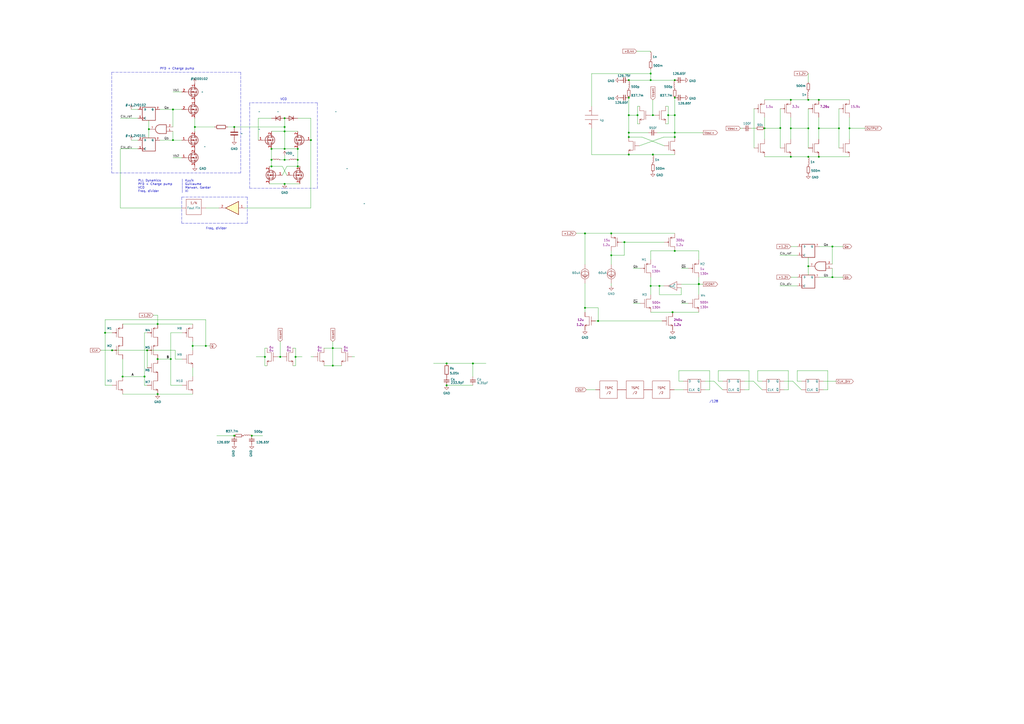
<source format=kicad_sch>
(kicad_sch (version 20211123) (generator eeschema)
  (paper "A2")
  (junction (at 468.884 154.432))
  (junction (at 378.714 89.662))
  (junction (at 157.48 96.52))
  (junction (at 364.744 76.962))
  (junction (at 180.34 81.28))
  (junction (at 162.56 207.01))
  (junction (at 405.384 164.846))
  (junction (at 339.344 135.382))
  (junction (at 354.584 148.082))
  (junction (at 153.67 207.01))
  (junction (at 60.96 193.04))
  (junction (at 458.724 57.912))
  (junction (at 369.824 66.802))
  (junction (at 172.72 92.71))
  (junction (at 364.744 46.482))
  (junction (at 111.76 200.66))
  (junction (at 391.414 76.962))
  (junction (at 378.714 66.802))
  (junction (at 382.524 165.862))
  (junction (at 364.744 79.502))
  (junction (at 391.414 145.542))
  (junction (at 165.1 76.2))
  (junction (at 172.72 96.52))
  (junction (at 452.628 74.2629))
  (junction (at 119.38 200.66))
  (junction (at 443.484 74.422))
  (junction (at 86.36 74.93))
  (junction (at 165.1 106.68))
  (junction (at 274.32 210.82))
  (junction (at 259.08 210.82))
  (junction (at 458.724 74.422))
  (junction (at 468.884 90.932))
  (junction (at 91.44 187.96))
  (junction (at 364.744 56.642))
  (junction (at 474.98 90.932))
  (junction (at 474.98 57.912))
  (junction (at 91.44 228.6))
  (junction (at 259.08 223.52))
  (junction (at 91.44 208.28))
  (junction (at 364.744 89.662))
  (junction (at 71.12 218.44))
  (junction (at 390.144 181.102))
  (junction (at 377.444 165.862))
  (junction (at 165.1 73.66))
  (junction (at 354.584 135.382))
  (junction (at 83.82 218.44))
  (junction (at 387.604 66.802))
  (junction (at 165.1 92.71))
  (junction (at 486.664 74.422))
  (junction (at 482.854 160.782))
  (junction (at 405.384 164.7057))
  (junction (at 377.444 46.482))
  (junction (at 492.76 74.422))
  (junction (at 165.1 68.58))
  (junction (at 346.964 186.182))
  (junction (at 165.1 86.36))
  (junction (at 157.48 86.36))
  (junction (at 377.444 42.672))
  (junction (at 193.0399 212.0936))
  (junction (at 135.89 252.73))
  (junction (at 135.89 73.66))
  (junction (at 458.724 90.932))
  (junction (at 172.72 86.36))
  (junction (at 391.414 66.802))
  (junction (at 85.344 203.2))
  (junction (at 364.744 66.802))
  (junction (at 468.884 74.422))
  (junction (at 474.98 74.422))
  (junction (at 391.414 79.502))
  (junction (at 99.06 208.28))
  (junction (at 65.024 203.2))
  (junction (at 146.05 252.73))
  (junction (at 482.854 143.002))
  (junction (at 171.45 207.01))
  (junction (at 157.48 92.71))
  (junction (at 391.414 56.642))
  (junction (at 468.884 57.912))
  (junction (at 339.344 178.562))
  (junction (at 113.03 73.66))
  (junction (at 362.204 140.462))
  (junction (at 391.414 46.482))
  (junction (at 100.33 81.28))
  (junction (at 100.33 63.5))
  (junction (at 193.0399 201.9336))
  (polyline (pts (xy 64.77 41.91) (xy 139.7 41.91)))
  (wire (pts (xy 367.284 176.022) (xy 371.348 176.022)))
  (wire (pts (xy 395.224 155.702) (xy 399.288 155.702)))
  (wire (pts (xy 458.724 68.072) (xy 458.724 74.422)))
  (wire (pts (xy 119.38 200.66) (xy 121.92 200.66)))
  (wire (pts (xy 462.4212 214.9814) (xy 462.4212 221.0774)))
  (wire (pts (xy 369.824 61.722) (xy 369.824 66.802)))
  (wire (pts (xy 111.76 198.12) (xy 111.76 200.66)))
  (wire (pts (xy 142.24 120.65) (xy 180.34 120.65)))
  (wire (pts (xy 474.98 68.072) (xy 474.98 74.422)))
  (polyline (pts (xy 64.77 41.91) (xy 64.77 100.33)))
  (wire (pts (xy 364.744 66.802) (xy 364.744 76.962)))
  (wire (pts (xy 354.584 148.082) (xy 354.584 153.416)))
  (wire (pts (xy 434.4812 226.1574) (xy 434.4812 214.9814)))
  (wire (pts (xy 390.144 181.102) (xy 377.444 181.102)))
  (wire (pts (xy 452.628 85.852) (xy 452.628 74.2629)))
  (wire (pts (xy 443.484 90.932) (xy 458.724 90.932)))
  (wire (pts (xy 76.2 63.5) (xy 80.01 63.5)))
  (wire (pts (xy 343.154 42.672) (xy 377.444 42.672)))
  (wire (pts (xy 416.7012 221.0774) (xy 419.2412 221.0774)))
  (wire (pts (xy 259.08 210.82) (xy 274.32 210.82)))
  (wire (pts (xy 377.444 145.542) (xy 377.444 150.622)))
  (wire (pts (xy 443.484 74.422) (xy 443.484 80.772)))
  (wire (pts (xy 146.05 252.73) (xy 152.4 252.73)))
  (wire (pts (xy 65.024 203.2) (xy 85.344 203.2)))
  (wire (pts (xy 91.44 228.6) (xy 111.76 228.6)))
  (wire (pts (xy 157.48 76.2) (xy 165.1 76.2)))
  (wire (pts (xy 354.584 135.382) (xy 391.414 135.382)))
  (wire (pts (xy 431.9412 226.1574) (xy 434.4812 226.1574)))
  (wire (pts (xy 474.98 74.422) (xy 474.98 80.772)))
  (wire (pts (xy 492.76 68.072) (xy 492.76 74.422)))
  (wire (pts (xy 364.744 46.482) (xy 377.444 46.482)))
  (wire (pts (xy 99.06 193.04) (xy 105.664 193.04)))
  (wire (pts (xy 165.1 73.66) (xy 165.1 76.2)))
  (wire (pts (xy 474.98 74.422) (xy 486.664 74.422)))
  (wire (pts (xy 443.484 68.072) (xy 443.484 74.422)))
  (wire (pts (xy 180.34 81.28) (xy 180.34 120.65)))
  (polyline (pts (xy 184.15 59.69) (xy 144.78 59.69)))
  (wire (pts (xy 362.204 140.462) (xy 385.318 140.462)))
  (wire (pts (xy 162.56 207.01) (xy 163.83 207.01)))
  (wire (pts (xy 161.036 207.01) (xy 162.56 207.01)))
  (wire (pts (xy 101.6 203.2) (xy 101.6 208.28)))
  (wire (pts (xy 492.76 74.422) (xy 492.76 80.772)))
  (wire (pts (xy 387.604 66.802) (xy 391.414 66.802)))
  (polyline (pts (xy 143.51 129.54) (xy 105.41 129.54)))
  (wire (pts (xy 113.03 73.66) (xy 113.03 76.2)))
  (wire (pts (xy 405.384 145.542) (xy 405.384 150.622)))
  (wire (pts (xy 391.414 145.542) (xy 377.444 145.542)))
  (wire (pts (xy 391.414 56.642) (xy 391.414 66.802)))
  (wire (pts (xy 165.1 86.36) (xy 172.72 86.36)))
  (wire (pts (xy 119.38 185.42) (xy 60.96 185.42)))
  (wire (pts (xy 482.854 143.002) (xy 489.204 143.002)))
  (wire (pts (xy 364.744 76.962) (xy 364.744 79.502)))
  (wire (pts (xy 371.094 61.722) (xy 369.824 61.722)))
  (wire (pts (xy 391.16 226.06) (xy 396.3812 226.1574)))
  (wire (pts (xy 259.08 223.52) (xy 274.32 223.52)))
  (wire (pts (xy 452.374 165.862) (xy 462.534 165.862)))
  (wire (pts (xy 468.884 74.422) (xy 468.884 62.992)))
  (wire (pts (xy 166.37 96.52) (xy 172.72 96.52)))
  (wire (pts (xy 439.5612 214.9814) (xy 439.5612 221.0774)))
  (wire (pts (xy 468.884 90.932) (xy 474.98 90.932)))
  (wire (pts (xy 100.33 91.44) (xy 105.41 91.44)))
  (wire (pts (xy 482.854 160.782) (xy 489.204 160.782)))
  (wire (pts (xy 477.6612 221.0774) (xy 485.14 221.234)))
  (wire (pts (xy 468.884 159.512) (xy 468.884 154.432)))
  (wire (pts (xy 343.154 42.672) (xy 343.154 61.722)))
  (wire (pts (xy 105.41 53.34) (xy 100.33 53.34)))
  (wire (pts (xy 153.67 201.93) (xy 153.67 207.01)))
  (wire (pts (xy 458.724 74.422) (xy 458.724 80.772)))
  (wire (pts (xy 71.12 187.96) (xy 91.44 187.96)))
  (wire (pts (xy 83.82 223.52) (xy 83.82 218.44)))
  (wire (pts (xy 391.414 145.542) (xy 405.384 145.542)))
  (wire (pts (xy 378.714 57.912) (xy 378.714 66.802)))
  (wire (pts (xy 480.2012 214.9814) (xy 462.4212 214.9814)))
  (wire (pts (xy 474.98 57.912) (xy 492.76 57.912)))
  (wire (pts (xy 149.86 68.58) (xy 157.48 68.58)))
  (wire (pts (xy 166.37 101.6) (xy 163.83 96.52)))
  (wire (pts (xy 482.854 153.162) (xy 482.854 143.002)))
  (wire (pts (xy 378.714 66.802) (xy 379.984 66.802)))
  (wire (pts (xy 92.71 63.5) (xy 100.33 63.5)))
  (wire (pts (xy 100.33 76.2) (xy 100.33 81.28)))
  (wire (pts (xy 69.85 120.65) (xy 69.85 86.36)))
  (polyline (pts (xy 184.15 59.69) (xy 184.15 109.22)))
  (wire (pts (xy 157.48 86.36) (xy 165.1 86.36)))
  (wire (pts (xy 354.584 148.082) (xy 362.204 148.082)))
  (polyline (pts (xy 144.78 59.69) (xy 144.78 109.22)))
  (wire (pts (xy 100.33 73.66) (xy 100.33 63.5)))
  (wire (pts (xy 480.2012 226.1574) (xy 480.2012 214.9814)))
  (wire (pts (xy 340.106 226.06) (xy 345.44 226.06)))
  (wire (pts (xy 443.484 74.422) (xy 452.374 74.422)))
  (wire (pts (xy 91.44 208.28) (xy 99.06 208.28)))
  (wire (pts (xy 105.41 120.65) (xy 69.85 120.65)))
  (wire (pts (xy 69.85 86.36) (xy 80.01 86.36)))
  (wire (pts (xy 468.884 57.912) (xy 474.98 57.912)))
  (wire (pts (xy 367.284 155.702) (xy 371.348 155.702)))
  (wire (pts (xy 204.2159 207.0136) (xy 205.7399 207.0136)))
  (polyline (pts (xy 143.51 114.3) (xy 143.51 129.54)))
  (wire (pts (xy 149.86 68.58) (xy 149.86 81.28)))
  (wire (pts (xy 364.744 66.802) (xy 369.824 66.802)))
  (wire (pts (xy 377.444 46.482) (xy 391.414 46.482)))
  (wire (pts (xy 458.724 160.782) (xy 462.534 160.782)))
  (wire (pts (xy 391.414 66.802) (xy 391.414 76.962)))
  (wire (pts (xy 416.7012 214.9814) (xy 416.7012 221.0774)))
  (wire (pts (xy 458.724 143.002) (xy 462.534 143.002)))
  (wire (pts (xy 382.524 165.862) (xy 377.444 165.862)))
  (wire (pts (xy 187.9599 201.9336) (xy 193.0399 201.9336)))
  (wire (pts (xy 172.72 92.71) (xy 172.72 96.52)))
  (wire (pts (xy 165.1 90.17) (xy 165.1 92.71)))
  (wire (pts (xy 343.154 74.422) (xy 343.154 89.662)))
  (wire (pts (xy 85.344 223.52) (xy 83.82 223.52)))
  (wire (pts (xy 157.48 86.36) (xy 157.48 92.71)))
  (wire (pts (xy 274.32 210.82) (xy 281.94 210.82)))
  (wire (pts (xy 431.9412 221.0774) (xy 437.0212 221.0774)))
  (wire (pts (xy 171.45 207.01) (xy 171.45 212.09)))
  (wire (pts (xy 334.264 135.382) (xy 339.344 135.382)))
  (wire (pts (xy 60.96 193.04) (xy 65.024 193.04)))
  (wire (pts (xy 132.08 73.66) (xy 135.89 73.66)))
  (wire (pts (xy 180.3399 207.0136) (xy 181.8639 207.0136)))
  (wire (pts (xy 172.72 68.58) (xy 180.34 68.58)))
  (wire (pts (xy 157.48 92.71) (xy 157.48 96.52)))
  (wire (pts (xy 475.234 160.782) (xy 482.854 160.782)))
  (wire (pts (xy 172.72 86.36) (xy 172.72 92.71)))
  (wire (pts (xy 60.96 185.42) (xy 60.96 193.04)))
  (wire (pts (xy 156.21 106.68) (xy 165.1 106.68)))
  (wire (pts (xy 391.414 76.962) (xy 407.924 76.962)))
  (wire (pts (xy 395.224 176.022) (xy 399.288 176.022)))
  (wire (pts (xy 165.1 106.68) (xy 173.99 106.68)))
  (wire (pts (xy 99.06 208.28) (xy 99.06 193.04)))
  (wire (pts (xy 391.414 79.502) (xy 385.064 79.502)))
  (wire (pts (xy 409.0812 226.1574) (xy 411.6212 226.1574)))
  (wire (pts (xy 364.744 79.502) (xy 372.364 79.502)))
  (wire (pts (xy 171.45 201.93) (xy 171.45 207.01)))
  (wire (pts (xy 339.344 135.382) (xy 339.344 153.416)))
  (wire (pts (xy 457.3412 226.1574) (xy 457.3412 214.9814)))
  (wire (pts (xy 385.064 165.862) (xy 382.524 165.862)))
  (wire (pts (xy 382.524 165.862) (xy 382.524 170.942)))
  (wire (pts (xy 76.2 81.28) (xy 80.01 81.28)))
  (wire (pts (xy 100.33 81.28) (xy 105.41 81.28)))
  (wire (pts (xy 384.048 186.182) (xy 346.964 186.182)))
  (wire (pts (xy 458.724 90.932) (xy 468.884 90.932)))
  (wire (pts (xy 162.56 92.71) (xy 165.1 92.71)))
  (wire (pts (xy 153.67 212.09) (xy 154.94 212.09)))
  (wire (pts (xy 343.154 89.662) (xy 364.744 89.662)))
  (wire (pts (xy 113.03 68.58) (xy 113.03 73.66)))
  (wire (pts (xy 91.44 182.88) (xy 91.44 187.96)))
  (wire (pts (xy 377.19 66.802) (xy 378.714 66.802)))
  (wire (pts (xy 153.67 207.01) (xy 153.67 212.09)))
  (wire (pts (xy 377.444 42.672) (xy 377.444 46.482)))
  (wire (pts (xy 71.12 218.44) (xy 71.12 208.28)))
  (wire (pts (xy 135.89 252.73) (xy 125.73 252.73)))
  (wire (pts (xy 339.344 178.562) (xy 346.964 178.562)))
  (polyline (pts (xy 105.41 114.3) (xy 143.51 114.3)))
  (wire (pts (xy 251.46 210.82) (xy 259.08 210.82)))
  (wire (pts (xy 165.1 76.2) (xy 165.1 86.36)))
  (wire (pts (xy 60.96 223.52) (xy 65.024 223.52)))
  (wire (pts (xy 364.744 56.642) (xy 364.744 66.802)))
  (wire (pts (xy 339.344 164.338) (xy 339.344 178.562)))
  (wire (pts (xy 385.064 79.502) (xy 370.84 84.582)))
  (wire (pts (xy 452.628 74.2629) (xy 452.628 62.992)))
  (wire (pts (xy 434.4812 214.9814) (xy 416.7012 214.9814)))
  (wire (pts (xy 454.8012 226.1574) (xy 457.3412 226.1574)))
  (polyline (pts (xy 144.78 109.22) (xy 184.15 109.22)))
  (wire (pts (xy 193.0399 212.0936) (xy 198.1199 212.0936)))
  (wire (pts (xy 113.03 73.66) (xy 124.46 73.66)))
  (wire (pts (xy 85.344 203.2) (xy 85.344 213.36)))
  (wire (pts (xy 339.344 178.562) (xy 339.344 181.102)))
  (wire (pts (xy 468.884 154.432) (xy 468.884 149.352)))
  (wire (pts (xy 486.664 62.992) (xy 486.664 74.422)))
  (wire (pts (xy 83.82 193.04) (xy 85.344 193.04)))
  (wire (pts (xy 339.344 135.382) (xy 354.584 135.382)))
  (wire (pts (xy 169.926 212.09) (xy 171.45 212.09)))
  (wire (pts (xy 354.584 145.542) (xy 354.584 148.082)))
  (wire (pts (xy 378.714 89.662) (xy 391.414 89.662)))
  (wire (pts (xy 386.08 71.882) (xy 387.604 71.882)))
  (wire (pts (xy 407.924 164.846) (xy 405.384 164.846)))
  (wire (pts (xy 372.364 79.502) (xy 385.318 84.582)))
  (wire (pts (xy 411.6212 226.1574) (xy 411.6212 214.9814)))
  (wire (pts (xy 393.8412 221.0774) (xy 396.3812 221.0774)))
  (wire (pts (xy 430.784 74.422) (xy 429.514 74.422)))
  (wire (pts (xy 377.444 170.942) (xy 377.444 165.862)))
  (wire (pts (xy 369.824 66.802) (xy 369.824 71.882)))
  (wire (pts (xy 369.316 29.718) (xy 377.444 29.718)))
  (wire (pts (xy 377.444 29.718) (xy 377.444 29.972)))
  (wire (pts (xy 274.32 218.44) (xy 274.32 210.82)))
  (wire (pts (xy 69.85 68.58) (xy 80.01 68.58)))
  (wire (pts (xy 377.444 165.862) (xy 377.444 160.782)))
  (wire (pts (xy 458.724 57.912) (xy 468.884 57.912)))
  (wire (pts (xy 92.71 81.28) (xy 100.33 81.28)))
  (wire (pts (xy 437.0212 221.0774) (xy 442.1012 226.1574)))
  (wire (pts (xy 382.524 170.942) (xy 395.224 170.942)))
  (wire (pts (xy 468.884 85.852) (xy 468.884 74.422)))
  (wire (pts (xy 172.72 96.52) (xy 173.99 96.52)))
  (polyline (pts (xy 139.7 41.91) (xy 139.7 100.33)))
  (wire (pts (xy 165.1 92.71) (xy 167.64 92.71)))
  (wire (pts (xy 405.384 164.846) (xy 405.384 170.942)))
  (wire (pts (xy 405.384 164.7057) (xy 405.384 164.846)))
  (wire (pts (xy 162.56 198.12) (xy 162.56 207.01)))
  (wire (pts (xy 88.9 182.88) (xy 91.44 182.88)))
  (wire (pts (xy 369.824 71.882) (xy 371.094 71.882)))
  (wire (pts (xy 387.604 66.802) (xy 387.604 71.882)))
  (wire (pts (xy 111.76 200.66) (xy 119.38 200.66)))
  (wire (pts (xy 443.484 57.912) (xy 458.724 57.912)))
  (wire (pts (xy 454.8012 221.0774) (xy 459.8812 221.0774)))
  (wire (pts (xy 163.83 96.52) (xy 157.48 96.52)))
  (wire (pts (xy 171.45 207.01) (xy 175.26 207.01)))
  (wire (pts (xy 60.96 193.04) (xy 60.96 223.52)))
  (wire (pts (xy 169.926 201.93) (xy 171.45 201.93)))
  (wire (pts (xy 187.9599 212.0936) (xy 193.0399 212.0936)))
  (wire (pts (xy 360.68 140.462) (xy 362.204 140.462)))
  (wire (pts (xy 482.854 155.702) (xy 482.854 160.782)))
  (wire (pts (xy 180.34 68.58) (xy 180.34 81.28)))
  (wire (pts (xy 193.0399 199.3936) (xy 193.0399 201.9336)))
  (wire (pts (xy 99.06 223.52) (xy 105.664 223.52)))
  (wire (pts (xy 474.98 90.932) (xy 492.76 90.932)))
  (wire (pts (xy 157.48 96.52) (xy 156.21 96.52)))
  (wire (pts (xy 193.0399 201.9336) (xy 198.1199 201.9336)))
  (wire (pts (xy 163.83 101.6) (xy 166.37 96.52)))
  (wire (pts (xy 111.76 200.66) (xy 111.76 203.2)))
  (wire (pts (xy 475.234 143.002) (xy 482.854 143.002)))
  (wire (pts (xy 393.8412 214.9814) (xy 393.8412 221.0774)))
  (wire (pts (xy 381.254 76.962) (xy 391.414 76.962)))
  (wire (pts (xy 346.964 186.182) (xy 345.44 186.182)))
  (wire (pts (xy 452.374 74.422) (xy 452.628 74.2629)))
  (wire (pts (xy 101.6 208.28) (xy 105.664 208.28)))
  (wire (pts (xy 148.59 207.01) (xy 153.67 207.01)))
  (wire (pts (xy 492.76 74.422) (xy 501.904 74.422)))
  (wire (pts (xy 405.384 160.782) (xy 405.384 164.7057)))
  (wire (pts (xy 86.36 80.01) (xy 86.36 74.93)))
  (wire (pts (xy 409.0812 221.0774) (xy 414.1612 221.0774)))
  (wire (pts (xy 411.6212 214.9814) (xy 393.8412 214.9814)))
  (wire (pts (xy 462.4212 221.0774) (xy 464.9612 221.0774)))
  (polyline (pts (xy 105.41 114.3) (xy 105.41 129.54)))
  (wire (pts (xy 486.664 74.422) (xy 486.664 85.852)))
  (wire (pts (xy 438.404 74.422) (xy 435.864 74.422)))
  (wire (pts (xy 111.76 218.44) (xy 111.76 213.36)))
  (wire (pts (xy 395.224 164.846) (xy 405.384 164.846)))
  (wire (pts (xy 91.44 187.96) (xy 111.76 187.96)))
  (wire (pts (xy 439.5612 221.0774) (xy 442.1012 221.0774)))
  (wire (pts (xy 459.8812 221.0774) (xy 464.9612 226.1574)))
  (wire (pts (xy 165.1 76.2) (xy 172.72 76.2)))
  (wire (pts (xy 193.0399 199.3936) (xy 193.04 198.12)))
  (wire (pts (xy 391.414 76.962) (xy 391.414 79.502)))
  (wire (pts (xy 395.224 170.942) (xy 395.224 166.878)))
  (wire (pts (xy 346.964 178.562) (xy 346.964 186.182)))
  (wire (pts (xy 414.1612 221.0774) (xy 419.2412 226.1574)))
  (wire (pts (xy 386.08 61.722) (xy 387.604 61.722)))
  (wire (pts (xy 86.36 74.93) (xy 86.36 69.85)))
  (wire (pts (xy 362.204 148.082) (xy 362.204 140.462)))
  (wire (pts (xy 437.388 62.992) (xy 437.388 85.852)))
  (wire (pts (xy 83.82 218.44) (xy 83.82 193.04)))
  (wire (pts (xy 99.06 208.28) (xy 99.06 223.52)))
  (wire (pts (xy 405.384 181.102) (xy 390.144 181.102)))
  (wire (pts (xy 127 120.65) (xy 119.38 120.65)))
  (wire (pts (xy 387.604 61.722) (xy 387.604 66.802)))
  (wire (pts (xy 119.38 200.66) (xy 119.38 185.42)))
  (wire (pts (xy 377.444 40.132) (xy 377.444 42.672)))
  (wire (pts (xy 457.3412 214.9814) (xy 439.5612 214.9814)))
  (wire (pts (xy 100.33 63.5) (xy 105.41 63.5)))
  (wire (pts (xy 71.12 228.6) (xy 91.44 228.6)))
  (wire (pts (xy 165.1 68.58) (xy 165.1 73.66)))
  (wire (pts (xy 477.6612 226.1574) (xy 480.2012 226.1574)))
  (wire (pts (xy 364.744 89.662) (xy 378.714 89.662)))
  (wire (pts (xy 452.374 148.082) (xy 462.534 148.082)))
  (polyline (pts (xy 64.77 100.33) (xy 139.7 100.33)))
  (wire (pts (xy 193.0399 201.9336) (xy 193.0399 212.0936)))
  (wire (pts (xy 135.89 73.66) (xy 165.1 73.66)))
  (wire (pts (xy 354.584 164.338) (xy 354.584 165.862)))
  (wire (pts (xy 71.12 218.44) (xy 83.82 218.44)))
  (wire (pts (xy 364.744 76.962) (xy 376.174 76.962)))
  (wire (pts (xy 58.42 203.2) (xy 65.024 203.2)))
  (wire (pts (xy 154.94 201.93) (xy 153.67 201.93)))
  (wire (pts (xy 458.724 74.422) (xy 468.884 74.422)))
  (wire (pts (xy 85.344 203.2) (xy 101.6 203.2)))
  (wire (pts (xy 468.884 42.672) (xy 468.884 47.752)))
  (text "Freq. divider" (at 119.38 133.35 0) (effects (font (size 1.27 1.27)) (justify left bottom)))
  (text "VCO" (at 162.56 58.42 0) (effects (font (size 1.27 1.27)) (justify left bottom)))
  (text "PFD + Charge pump\n" (at 92.71 40.64 0) (effects (font (size 1.27 1.27)) (justify left bottom)))
  (text "/128\n" (at 411.48 233.68 0) (effects (font (size 1.27 1.27)) (justify left bottom)))
  (text "PLL Dynamics      	| Kyuik\nPFD + Charge pump  	| Guillaume\nVCO 			  	| Marwan, Gardar\nFreq. divider      	| Xi" (at 80.01 111.76 0) (effects (font (size 1.27 1.27)) (justify left bottom)))
  (label "A" (at 76.2 218.44 0) (effects (font (thickness 0.254) bold)))
  (label "B" (at 96.52 208.28 0) (effects (font (thickness 0.254) bold)))
  (label "Clk_ref" (at 69.85 68.58 0))
  (label "Vb2" (at 100.33 91.44 0))
  (label "Qb" (at 477.774 160.782 0))
  (label "Qa" (at 95.25 63.5 0))
  (label "Vb1" (at 100.33 53.34 0))
  (label "Qb" (at 367.284 155.702 0))
  (label "~{Qa}" (at 367.284 176.022 0))
  (label "Qb" (at 95.25 81.28 0))
  (label "~{Qb}" (at 395.224 155.702 0))
  (label "Clk_div" (at 452.374 165.862 0))
  (label "Clk_div" (at 69.85 86.5082 0))
  (label "Qa" (at 395.224 176.022 0))
  (label "Clk_ref" (at 452.374 148.082 0))
  (label "Qa" (at 477.774 143.002 0))
  (global_label "Vcont" (shape input) (at 193.04 198.12 90) (property "Intersheet References" "${INTERSHEET_REFS}" (effects hide)))
  (global_label "Vcont" (shape input) (at 162.56 198.12 90) (property "Intersheet References" "${INTERSHEET_REFS}" (effects hide)))
  (global_label "Qa" (shape output) (at 489.204 143.002 0) (property "Intersheet References" "${INTERSHEET_REFS}" (effects hide)))
  (global_label "OUTPUT" (shape output) (at 501.904 74.422 0) (property "Intersheet References" "${INTERSHEET_REFS}" (effects hide)))
  (global_label "Vcont" (shape input) (at 378.714 57.912 90) (property "Intersheet References" "${INTERSHEET_REFS}" (effects hide)))
  (global_label "CLK" (shape input) (at 58.42 203.2 180) (property "Intersheet References" "${INTERSHEET_REFS}" (effects hide)))
  (global_label "Qb" (shape output) (at 489.204 160.782 0) (property "Intersheet References" "${INTERSHEET_REFS}" (effects hide)))
  (global_label "Vosc+" (shape input) (at 429.514 74.422 180) (property "Intersheet References" "${INTERSHEET_REFS}" (effects hide)))
  (global_label "OUT" (shape input) (at 340.106 226.06 180) (property "Intersheet References" "${INTERSHEET_REFS}" (effects hide)))
  (global_label "+1.2V" (shape input) (at 458.724 160.782 180) (property "Intersheet References" "${INTERSHEET_REFS}" (effects hide)))
  (global_label "+0.4V" (shape input) (at 369.316 29.718 180) (property "Intersheet References" "${INTERSHEET_REFS}" (effects hide)))
  (global_label "Q" (shape output) (at 121.92 200.66 0) (property "Intersheet References" "${INTERSHEET_REFS}" (effects hide)))
  (global_label "+1.2V" (shape input) (at 468.884 42.672 180) (property "Intersheet References" "${INTERSHEET_REFS}" (effects hide)))
  (global_label "+1.2V" (shape input) (at 458.724 143.002 180) (property "Intersheet References" "${INTERSHEET_REFS}" (effects hide)))
  (global_label "+1.2V" (shape input) (at 88.9 182.88 180) (property "Intersheet References" "${INTERSHEET_REFS}" (effects hide)))
  (global_label "CLK_DIV" (shape output) (at 485.14 221.234 0) (property "Intersheet References" "${INTERSHEET_REFS}" (effects hide)))
  (global_label "+1.2V" (shape input) (at 334.264 135.382 180) (property "Intersheet References" "${INTERSHEET_REFS}" (effects hide)))
  (global_label "Vosc+" (shape output) (at 407.924 76.962 0) (property "Intersheet References" "${INTERSHEET_REFS}" (effects hide)))
  (global_label "VCONT" (shape output) (at 407.924 164.846 0) (property "Intersheet References" "${INTERSHEET_REFS}" (effects hide)))
  (symbol (lib_id "eeaic:tspc") (at 353.06 226.06 0) (unit 1)
    (property "Reference" "U?" (effects hide))
    (property "Value" "tspc" (effects hide))
  )
  (symbol (lib_id "74xGxx:74AUC2G79") (at 468.884 145.542 0) (unit 1)
    (property "Reference" "U?" (effects hide))
    (property "Value" "74AUC2G79" (effects hide))
    (property "Datasheet" "http://www.ti.com/lit/sg/scyt129e/scyt129e.pdf" (effects hide))
  )
  (symbol (lib_id "Device:R_Small") (at 138.43 252.73 270) (mirror x) (unit 1)
    (property "Reference" "R?" (effects hide))
    (property "Value" "837.7m" (at 130.9274 250.1634 90) (effects (justify left)))
  )
  (symbol (lib_id "Device:C_Small") (at 393.954 56.642 90) (mirror x) (unit 1)
    (property "Reference" "C?" (effects hide))
    (property "Value" "126.65f" (at 397.059 59.9388 90))
  )
  (symbol (lib_name "nch_10") (lib_id "eeaic:nch") (at 443.484 85.852 0) (unit 1)
    (property "Reference" "M?" (effects hide))
    (property "Value" "nch" (effects hide))
  )
  (symbol (lib_id "Device:C_Small") (at 135.89 255.27 0) (mirror y) (unit 1)
    (property "Reference" "C?" (effects hide))
    (property "Value" "126.65f" (at 129.54 256.54 0))
  )
  (symbol (lib_id "Device:L_Small") (at 378.714 92.202 0) (unit 1)
    (property "Reference" "L?" (effects hide))
    (property "Value" "1n" (at 379.857 92.681 0) (effects (justify left)))
  )
  (symbol (lib_id "eeaic:isource") (at 354.584 158.242 0) (unit 1)
    (property "Reference" "U2" (effects hide))
    (property "Value" "60uA" (at 349.504 158.242 0))
  )
  (symbol (lib_id "Device:R_Small") (at 391.414 54.102 0) (mirror y) (unit 1)
    (property "Reference" "R?" (effects hide))
    (property "Value" "837.7m" (at 390.144 55.372 0) (effects (justify left)))
  )
  (symbol (lib_name "nch_14") (lib_id "eeaic:nch") (at 111.76 223.52 0) (unit 1)
    (property "Reference" "M10" (at 104.14 220.98 0))
    (property "Value" "nch" (effects hide))
  )
  (symbol (lib_id "Device:R_Small") (at 364.744 54.102 0) (unit 1)
    (property "Reference" "R?" (effects hide))
    (property "Value" "837.7m" (at 366.014 55.372 0) (effects (justify left)))
  )
  (symbol (lib_id "Device:L_Small") (at 468.884 93.472 0) (unit 1)
    (property "Reference" "L?" (effects hide))
    (property "Value" "1n" (at 470.027 93.951 0) (effects (justify left)))
  )
  (symbol (lib_id "Device:R_Small") (at 440.944 74.422 270) (unit 1)
    (property "Reference" "R?" (effects hide))
    (property "Value" "90k" (at 440.944 72.4939 90))
  )
  (symbol (lib_name "pch_1") (lib_id "eeaic:pch") (at 91.44 193.04 0) (unit 1)
    (property "Reference" "M4" (at 85.6863 191.562 0))
    (property "Value" "pch" (effects hide))
  )
  (symbol (lib_id "power:GND") (at 259.08 223.52 0) (unit 1)
    (property "Reference" "#PWR?" (effects hide))
    (property "Value" "GND" (at 259.08 228.0825 0))
  )
  (symbol (lib_id "eeaic:nch") (at 91.44 223.52 0) (unit 1)
    (property "Reference" "M7" (at 85.6863 221.666 0))
    (property "Value" "nch" (effects hide))
  )
  (symbol (lib_id "Device:Q_NMOS_GDS") (at 158.75 101.6 0) (mirror y) (unit 1)
    (property "Reference" "Q?" (effects hide))
    (property "Value" "~" (at 119.38 85.09 0) (effects (justify left)))
  )
  (symbol (lib_name "pch_11") (lib_id "eeaic:pch") (at 71.12 203.2 0) (unit 1)
    (property "Reference" "M2" (at 63.5 200.66 0))
    (property "Value" "pch" (effects hide))
  )
  (symbol (lib_id "74xGxx:74AUC2G79") (at 86.36 66.04 0) (unit 1)
    (property "Reference" "U?" (effects hide))
    (property "Value" "74AUC2G79" (effects hide))
    (property "Datasheet" "http://www.ti.com/lit/sg/scyt129e/scyt129e.pdf" (effects hide))
  )
  (symbol (lib_name "nch_7") (lib_id "eeaic:nch") (at 371.094 66.802 0) (mirror y) (unit 1)
    (property "Reference" "M?" (effects hide))
    (property "Value" "nch" (effects hide))
  )
  (symbol (lib_name "nch_11") (lib_id "eeaic:nch") (at 458.724 85.852 0) (unit 1)
    (property "Reference" "M?" (effects hide))
    (property "Value" "nch" (effects hide))
  )
  (symbol (lib_id "74xGxx:74AUC2G79") (at 86.36 83.82 0) (unit 1)
    (property "Reference" "U?" (effects hide))
    (property "Datasheet" "http://www.ti.com/lit/sg/scyt129e/scyt129e.pdf" (effects hide))
  )
  (symbol (lib_id "eeaic:tspc") (at 383.54 226.06 0) (unit 1)
    (property "Reference" "U?" (effects hide))
    (property "Value" "tspc" (effects hide))
  )
  (symbol (lib_id "Device:L_Small") (at 468.884 55.372 180) (unit 1)
    (property "Reference" "L?" (effects hide))
    (property "Value" "1n" (at 467.741 54.893 0) (effects (justify left)))
  )
  (symbol (lib_name "nch_15") (lib_id "eeaic:nch") (at 111.76 208.28 0) (unit 1)
    (property "Reference" "M9" (at 104.14 205.74 0))
    (property "Value" "nch" (effects hide))
  )
  (symbol (lib_name "nch_9") (lib_id "eeaic:nch") (at 364.744 84.582 0) (mirror y) (unit 1)
    (property "Reference" "M?" (effects hide))
    (property "Value" "nch" (effects hide))
  )
  (symbol (lib_id "power:VDD") (at 113.03 48.26 0) (unit 1)
    (property "Reference" "VDD" (at 115.57 45.72 0))
    (property "Value" "VDD" (effects hide))
  )
  (symbol (lib_id "Device:C_Small") (at 378.714 76.962 270) (unit 1)
    (property "Reference" "C?" (effects hide))
    (property "Value" "950f" (at 378.7076 74.2084 90))
  )
  (symbol (lib_id "Device:Q_NMOS_GDS") (at 110.49 91.44 0) (unit 1)
    (property "Reference" "Q?" (effects hide))
    (property "Value" "~" (at 149.86 74.93 0) (effects (justify left)))
  )
  (symbol (lib_name "nch_7") (lib_id "eeaic:nch") (at 154.94 207.01 0) (mirror y) (unit 1)
    (property "Reference" "M?" (effects hide))
    (property "Value" "nch" (effects hide))
    (property "w" "6u" (at 157.48 201.422 0))
    (property "l" "6u" (at 157.48 203.2 0))
  )
  (symbol (lib_id "power:GND") (at 146.05 257.81 0) (mirror y) (unit 1)
    (property "Reference" "#PWR?" (effects hide))
    (property "Value" "GND" (at 145.571 260.9849 90) (effects (justify right)))
  )
  (symbol (lib_name "nch_13") (lib_id "eeaic:nch") (at 71.12 223.52 0) (unit 1)
    (property "Reference" "M3" (at 63.5 220.98 0))
    (property "Value" "nch" (effects hide))
  )
  (symbol (lib_name "pch_6") (lib_id "eeaic:pch") (at 354.584 140.462 0) (mirror y) (unit 1)
    (property "Reference" "M12" (effects hide))
    (property "Value" "pch" (effects hide))
    (property "w" "15u" (at 353.9491 139.2995 0) (effects (justify left)))
    (property "l" "1.2u" (at 353.9491 142.0746 0) (effects (justify left)))
  )
  (symbol (lib_id "eeaic:pch") (at 111.76 193.04 0) (unit 1)
    (property "Reference" "M8" (at 104.14 190.5 0))
    (property "Value" "pch" (effects hide))
  )
  (symbol (lib_name "nch_5") (lib_id "eeaic:nch") (at 405.384 176.022 0) (unit 1)
    (property "Reference" "M4" (at 406.317 171.4678 0) (effects (justify left)))
    (property "Value" "nch" (effects hide))
    (property "w" "500n" (at 406.019 175.3675 0) (effects (justify left)))
    (property "l" "130n" (at 406.019 178.1426 0) (effects (justify left)))
  )
  (symbol (lib_id "Device:Q_NMOS_GDS") (at 154.94 81.28 0) (unit 1)
    (property "Reference" "Q?" (effects hide))
    (property "Value" "~" (at 194.31 64.77 0) (effects (justify left)))
  )
  (symbol (lib_id "power:GND") (at 339.344 191.262 0) (unit 1)
    (property "Reference" "#PWR02" (effects hide))
    (property "Value" "GND" (at 339.344 195.8245 0))
  )
  (symbol (lib_id "Device:C_Small") (at 259.08 220.98 180) (unit 1)
    (property "Reference" "Cs" (at 261.4041 220.0651 0) (effects (justify right)))
    (property "Value" "233.9pF" (at 261.3945 221.9543 0) (effects (justify right)))
  )
  (symbol (lib_id "power:VDD") (at 76.2 63.5 0) (unit 1)
    (property "Reference" "+1.2V" (at 78.74 60.96 0))
  )
  (symbol (lib_id "Device:L_Small") (at 160.02 92.71 90) (unit 1)
    (property "Reference" "L?" (effects hide))
  )
  (symbol (lib_id "power:GND") (at 91.44 228.6 0) (unit 1)
    (property "Reference" "#PWR01" (effects hide))
    (property "Value" "GND" (at 91.44 233.1625 0))
  )
  (symbol (lib_id "power:GND") (at 468.884 101.092 0) (unit 1)
    (property "Reference" "#PWR?" (effects hide))
    (property "Value" "GND" (at 470.789 102.841 0) (effects (justify left)))
  )
  (symbol (lib_id "Device:L_Small") (at 170.18 92.71 90) (unit 1)
    (property "Reference" "L?" (effects hide))
    (property "Value" "~" (at 170.18 90.17 90))
  )
  (symbol (lib_id "eeaic:mult") (at 111.76 120.65 0) (unit 1)
    (property "Reference" "U?" (effects hide))
    (property "Value" "mult" (effects hide))
  )
  (symbol (lib_id "Device:R") (at 128.27 73.66 90) (unit 1)
    (property "Reference" "R?" (effects hide))
  )
  (symbol (lib_id "Device:L_Small") (at 377.444 32.512 0) (unit 1)
    (property "Reference" "L?" (effects hide))
    (property "Value" "1n" (at 378.587 32.991 0) (effects (justify left)))
  )
  (symbol (lib_id "eeaic:opamp") (at 392.684 165.862 0) (unit 1)
    (property "Reference" "U3" (effects hide))
    (property "Value" "opamp" (effects hide))
  )
  (symbol (lib_id "Device:R") (at 259.08 214.63 0) (unit 1)
    (property "Reference" "Rs" (at 260.858 213.7215 0) (effects (justify left)))
    (property "Value" "5.05k" (at 260.858 216.4966 0) (effects (justify left)))
  )
  (symbol (lib_id "Device:L_Small") (at 391.414 49.022 0) (mirror y) (unit 1)
    (property "Reference" "L?" (effects hide))
    (property "Value" "500p" (at 390.144 50.292 0) (effects (justify left)))
  )
  (symbol (lib_id "eeaic:DFF") (at 470.0412 222.6014 0) (unit 1)
    (property "Reference" "U?" (effects hide))
    (property "Value" "DFF" (effects hide))
  )
  (symbol (lib_name "nch_8") (lib_id "eeaic:nch") (at 169.926 207.01 0) (unit 1)
    (property "Reference" "M?" (effects hide))
    (property "Value" "nch" (effects hide))
    (property "w" "6u" (at 167.64 201.422 0))
    (property "l" "6u" (at 167.64 203.2 0))
  )
  (symbol (lib_id "power:GND") (at 396.494 56.642 90) (mirror x) (unit 1)
    (property "Reference" "#PWR?" (effects hide))
    (property "Value" "GND" (at 399.6689 57.121 90) (effects (justify right)))
  )
  (symbol (lib_id "power:GND") (at 378.714 99.822 0) (unit 1)
    (property "Reference" "#PWR?" (effects hide))
    (property "Value" "GND" (at 380.619 101.571 0) (effects (justify left)))
  )
  (symbol (lib_id "power:VDD") (at 76.2 81.28 0) (unit 1)
    (property "Reference" "+1.2V" (at 78.74 78.74 0))
  )
  (symbol (lib_id "eeaic:DFF") (at 424.3212 222.6014 0) (unit 1)
    (property "Reference" "U?" (effects hide))
    (property "Value" "DFF" (effects hide))
  )
  (symbol (lib_name "nch_7") (lib_id "eeaic:nch") (at 187.9599 207.0136 0) (unit 1)
    (property "Reference" "M?" (effects hide))
    (property "Value" "nch" (effects hide))
    (property "w" "6u" (at 185.4199 201.4256 0))
    (property "l" "6u" (at 185.4199 203.2036 0))
  )
  (symbol (lib_id "power:GND") (at 135.89 257.81 0) (mirror y) (unit 1)
    (property "Reference" "#PWR?" (effects hide))
    (property "Value" "GND" (at 135.411 260.9849 90) (effects (justify right)))
  )
  (symbol (lib_id "Device:R_Small") (at 378.714 97.282 0) (unit 1)
    (property "Reference" "R?" (effects hide))
    (property "Value" "500m" (at 380.2126 97.761 0) (effects (justify left)))
  )
  (symbol (lib_id "Device:C_Small") (at 274.32 220.98 180) (unit 1)
    (property "Reference" "Cp" (at 276.6441 220.0651 0) (effects (justify right)))
    (property "Value" "9.35pF" (at 276.6334 222.1631 0) (effects (justify right)))
  )
  (symbol (lib_name "pch_7") (lib_id "eeaic:pch") (at 405.384 155.702 0) (unit 1)
    (property "Reference" "M2" (at 406.019 153.1519 0) (effects (justify left)))
    (property "Value" "pch" (effects hide))
    (property "w" "1u" (at 406.019 155.927 0) (effects (justify left)))
    (property "l" "130n" (at 406.019 158.7021 0) (effects (justify left)))
  )
  (symbol (lib_id "Device:Q_PMOS_DGS") (at 110.49 53.34 0) (unit 1)
    (property "Reference" "Q?" (effects hide))
    (property "Value" "~" (at 116.84 53.3399 0) (effects (justify left)))
  )
  (symbol (lib_id "Diode:1N4001") (at 168.91 68.58 180) (unit 1)
    (property "Reference" "D?" (effects hide))
    (property "Footprint" "Diode_THT:D_DO-41_SOD81_P10.16mm_Horizontal" (effects hide))
    (property "Datasheet" "http://www.vishay.com/docs/88503/1n4001.pdf" (effects hide))
  )
  (symbol (lib_id "power:VDD") (at 165.1 90.17 0) (unit 1)
    (property "Reference" "VDD" (effects hide))
    (property "Value" "VDD" (at 167.64 88.9 0))
  )
  (symbol (lib_id "Device:Q_NMOS_GDS") (at 110.49 81.28 0) (unit 1)
    (property "Reference" "Q?" (effects hide))
    (property "Value" "~" (at 149.86 64.77 0) (effects (justify left)))
  )
  (symbol (lib_id "Device:C_Small") (at 362.204 56.642 270) (unit 1)
    (property "Reference" "C?" (effects hide))
    (property "Value" "126.65f" (at 360.5188 59.4611 90))
  )
  (symbol (lib_id "Device:Q_NMOS_GDS") (at 175.26 81.28 0) (mirror y) (unit 1)
    (property "Reference" "Q?" (effects hide))
    (property "Value" "~" (at 201.93 97.79 0) (effects (justify left)))
  )
  (symbol (lib_id "74xGxx:74AUC2G08") (at 92.71 74.93 180) (unit 1)
    (property "Reference" "U?" (effects hide))
    (property "Value" "74AUC2G08" (effects hide))
    (property "Datasheet" "http://www.ti.com/lit/sg/scyt129e/scyt129e.pdf" (effects hide))
  )
  (symbol (lib_id "power:GND") (at 135.89 81.28 0) (unit 1)
    (property "Reference" "#PWR?" (effects hide))
    (property "Value" "GND" (at 135.89 86.36 0))
  )
  (symbol (lib_name "pch_4") (lib_id "eeaic:pch") (at 377.444 155.702 0) (unit 1)
    (property "Reference" "M1" (at 373.634 150.622 0))
    (property "Value" "pch" (effects hide))
    (property "w" "1u" (at 378.079 154.5395 0) (effects (justify left)))
    (property "l" "130n" (at 378.079 157.3146 0) (effects (justify left)))
  )
  (symbol (lib_id "power:GND") (at 396.494 46.482 90) (mirror x) (unit 1)
    (property "Reference" "#PWR?" (effects hide))
    (property "Value" "GND" (at 399.6689 46.961 90) (effects (justify right)))
  )
  (symbol (lib_id "eeaic:DFF") (at 447.1812 222.6014 0) (unit 1)
    (property "Reference" "U?" (effects hide))
    (property "Value" "DFF" (effects hide))
  )
  (symbol (lib_id "Device:R_Small") (at 468.884 50.292 180) (unit 1)
    (property "Reference" "R?" (effects hide))
    (property "Value" "500m" (at 467.3854 49.813 0) (effects (justify left)))
  )
  (symbol (lib_name "nch_2") (lib_id "eeaic:nch") (at 474.98 85.852 0) (unit 1)
    (property "Reference" "M?" (effects hide))
    (property "Value" "nch" (effects hide))
  )
  (symbol (lib_id "power:GND") (at 354.584 165.862 0) (unit 1)
    (property "Reference" "#PWR03" (effects hide))
    (property "Value" "GND" (at 354.584 170.4245 0))
  )
  (symbol (lib_name "nch_1") (lib_id "eeaic:nch") (at 390.144 186.182 0) (unit 1)
    (property "Reference" "M15" (effects hide))
    (property "Value" "nch" (effects hide))
    (property "w" "240u" (at 390.779 185.5275 0) (effects (justify left)))
    (property "l" "1.2u" (at 390.779 188.3026 0) (effects (justify left)))
  )
  (symbol (lib_id "Device:C") (at 135.89 77.47 0) (unit 1)
    (property "Reference" "C?" (effects hide))
    (property "Value" "~" (at 139.7 77.4699 0) (effects (justify left)))
  )
  (symbol (lib_name "nch_7") (lib_id "eeaic:nch") (at 198.1199 207.0136 0) (mirror y) (unit 1)
    (property "Reference" "M?" (effects hide))
    (property "Value" "nch" (effects hide))
    (property "w" "6u" (at 200.6599 201.4256 0))
    (property "l" "6u" (at 200.6599 203.2036 0))
  )
  (symbol (lib_name "nch_8") (lib_id "eeaic:nch") (at 386.08 66.802 0) (unit 1)
    (property "Reference" "M?" (effects hide))
    (property "Value" "nch" (effects hide))
  )
  (symbol (lib_id "74xGxx:74AUC2G08") (at 475.234 154.432 180) (unit 1)
    (property "Reference" "U?" (effects hide))
    (property "Value" "74AUC2G08" (effects hide))
    (property "Datasheet" "http://www.ti.com/lit/sg/scyt129e/scyt129e.pdf" (effects hide))
  )
  (symbol (lib_id "power:GND") (at 113.03 96.52 0) (unit 1)
    (property "Reference" "GND" (effects hide))
    (property "Value" "GND" (at 115.57 97.7899 0) (effects (justify left)))
  )
  (symbol (lib_id "power:GND") (at 390.144 191.262 0) (unit 1)
    (property "Reference" "#PWR04" (effects hide))
    (property "Value" "GND" (at 390.144 195.8245 0))
  )
  (symbol (lib_name "nch_16") (lib_id "eeaic:nch") (at 91.44 213.36 0) (unit 1)
    (property "Reference" "M6" (at 85.5197 214.7138 0))
    (property "Value" "nch" (effects hide))
  )
  (symbol (lib_name "pch_5") (lib_id "eeaic:pch") (at 391.414 140.462 0) (unit 1)
    (property "Reference" "M16" (effects hide))
    (property "Value" "pch" (effects hide))
    (property "w" "300u" (at 392.049 139.2995 0) (effects (justify left)))
    (property "l" "1.2u" (at 392.049 142.0746 0) (effects (justify left)))
  )
  (symbol (lib_id "Device:C_Small") (at 393.954 46.482 90) (mirror x) (unit 1)
    (property "Reference" "C?" (effects hide))
    (property "Value" "126.65f" (at 393.954 42.672 90))
  )
  (symbol (lib_id "eeaic:DFF") (at 401.4612 222.6014 0) (unit 1)
    (property "Reference" "U?" (effects hide))
    (property "Value" "DFF" (effects hide))
  )
  (symbol (lib_id "Device:R_Small") (at 377.444 37.592 0) (unit 1)
    (property "Reference" "R?" (effects hide))
    (property "Value" "500m" (at 378.9426 38.071 0) (effects (justify left)))
  )
  (symbol (lib_id "Device:Q_PMOS_DGS") (at 110.49 63.5 0) (unit 1)
    (property "Reference" "Q" (effects hide))
    (property "Value" "Q_PMOS_DGS" (effects hide))
  )
  (symbol (lib_name "pch_2") (lib_id "eeaic:pch") (at 474.98 62.992 0) (unit 1)
    (property "Reference" "M?" (effects hide))
    (property "Value" "pch" (effects hide))
    (property "w" "7.26u" (at 475.615 61.8295 0) (effects (justify left)))
  )
  (symbol (lib_name "nch_6") (lib_id "eeaic:nch") (at 391.414 84.582 0) (unit 1)
    (property "Reference" "M?" (effects hide))
    (property "Value" "nch" (effects hide))
  )
  (symbol (lib_name "pch_8") (lib_id "eeaic:pch") (at 458.724 62.992 0) (unit 1)
    (property "Reference" "M?" (effects hide))
    (property "Value" "pch" (effects hide))
    (property "w" "3.3u" (at 459.359 61.8295 0) (effects (justify left)))
  )
  (symbol (lib_id "power:GND") (at 359.664 56.642 270) (unit 1)
    (property "Reference" "#PWR?" (effects hide))
    (property "Value" "GND" (at 356.4891 57.121 90) (effects (justify right)))
  )
  (symbol (lib_name "pch_3") (lib_id "eeaic:pch") (at 492.76 62.992 0) (unit 1)
    (property "Reference" "M?" (effects hide))
    (property "Value" "pch" (effects hide))
    (property "w" "15.9u" (at 493.395 61.8295 0) (effects (justify left)))
  )
  (symbol (lib_id "Device:C_Small") (at 362.204 46.482 270) (unit 1)
    (property "Reference" "C?" (effects hide))
    (property "Value" "126.75f" (at 361.9318 43.942 90))
  )
  (symbol (lib_id "Device:L_Small") (at 364.744 49.022 0) (unit 1)
    (property "Reference" "L?" (effects hide))
    (property "Value" "500p" (at 366.014 50.292 0) (effects (justify left)))
  )
  (symbol (lib_id "eeaic:isource") (at 339.344 158.242 0) (unit 1)
    (property "Reference" "U1" (effects hide))
    (property "Value" "60uA" (at 334.264 158.242 0))
  )
  (symbol (lib_name "nch_4") (lib_id "eeaic:nch") (at 377.444 176.022 0) (unit 1)
    (property "Reference" "M3" (at 372.364 170.942 0) (effects (justify left)))
    (property "Value" "nch" (effects hide))
    (property "w" "500n" (at 378.2252 175.5021 0) (effects (justify left)))
    (property "l" "130n" (at 378.2252 178.2772 0) (effects (justify left)))
  )
  (symbol (lib_id "Diode:1N4001") (at 161.29 68.58 0) (unit 1)
    (property "Reference" "D?" (effects hide))
    (property "Value" "~" (at 161.29 64.77 0))
    (property "Footprint" "Diode_THT:D_DO-41_SOD81_P10.16mm_Horizontal" (effects hide))
    (property "Datasheet" "http://www.vishay.com/docs/88503/1n4001.pdf" (effects hide))
  )
  (symbol (lib_id "Device:R_Small") (at 468.884 98.552 0) (unit 1)
    (property "Reference" "R?" (effects hide))
    (property "Value" "500m" (at 470.3826 99.031 0) (effects (justify left)))
  )
  (symbol (lib_id "Device:Q_NMOS_GDS") (at 171.45 101.6 0) (mirror x) (unit 1)
    (property "Reference" "Q?" (effects hide))
    (property "Value" "~" (at 210.82 118.11 0) (effects (justify left)))
  )
  (symbol (lib_id "power:GND") (at 359.664 46.482 270) (unit 1)
    (property "Reference" "#PWR?" (effects hide))
    (property "Value" "GND" (at 356.4891 46.961 90) (effects (justify right)))
  )
  (symbol (lib_id "power:GND") (at 165.1 106.68 0) (unit 1)
    (property "Reference" "#PWR?" (effects hide))
    (property "Value" "~" (at 165.1 111.76 0))
  )
  (symbol (lib_id "74xGxx:74AUC2G79") (at 468.884 163.322 0) (unit 1)
    (property "Reference" "U?" (effects hide))
    (property "Datasheet" "http://www.ti.com/lit/sg/scyt129e/scyt129e.pdf" (effects hide))
  )
  (symbol (lib_name "pch_12") (lib_id "eeaic:pch") (at 91.44 203.2 0) (unit 1)
    (property "Reference" "M5" (at 85.5982 201.5967 0))
    (property "Value" "pch" (effects hide))
  )
  (symbol (lib_name "pch_10") (lib_id "eeaic:pch") (at 71.12 193.04 0) (unit 1)
    (property "Reference" "M1" (at 63.5 190.5 0))
    (property "Value" "pch" (effects hide))
  )
  (symbol (lib_name "nch_12") (lib_id "eeaic:nch") (at 339.344 186.182 0) (mirror y) (unit 1)
    (property "Reference" "M11" (effects hide))
    (property "Value" "nch" (effects hide))
    (property "w" "12u" (at 338.7091 185.5275 0) (effects (justify left)))
    (property "l" "1.2u" (at 338.7091 188.3026 0) (effects (justify left)))
  )
  (symbol (lib_name "pch_9") (lib_id "eeaic:pch") (at 443.484 62.992 0) (unit 1)
    (property "Reference" "M?" (effects hide))
    (property "Value" "pch" (effects hide))
    (property "w" "1.5u" (at 444.119 61.8295 0) (effects (justify left)))
  )
  (symbol (lib_id "eeaic:tspc") (at 368.3 226.06 0) (unit 1)
    (property "Reference" "U?" (effects hide))
    (property "Value" "tspc" (effects hide))
  )
  (symbol (lib_id "74xx:SN74LS07") (at 134.62 120.65 180) (unit 1)
    (property "Reference" "U?" (effects hide))
    (property "Value" "SN74LS07" (effects hide))
    (property "Datasheet" "www.ti.com/lit/ds/symlink/sn74ls07.pdf" (effects hide))
  )
  (symbol (lib_id "Device:C_Small") (at 146.05 255.27 0) (mirror y) (unit 1)
    (property "Reference" "C?" (effects hide))
    (property "Value" "126.65f" (at 152.4 256.54 0))
  )
  (symbol (lib_id "Device:C_Small") (at 433.324 74.422 270) (unit 1)
    (property "Reference" "C?" (effects hide))
    (property "Value" "100f" (at 433.3176 71.6684 90))
  )
  (symbol (lib_id "pspice:CAP") (at 343.154 68.072 0) (unit 1)
    (property "Reference" "C?" (effects hide))
    (property "Value" "4p" (at 347.8013 69.7292 0) (effects (justify left)))
  )
  (symbol (lib_id "Device:L_Small") (at 143.51 252.73 270) (mirror x) (unit 1)
    (property "Reference" "L?" (effects hide))
    (property "Value" "500p" (at 147.357 250.3357 90) (effects (justify left)))
  )
  (symbol (lib_name "nch_3") (lib_id "eeaic:nch") (at 492.76 85.852 0) (unit 1)
    (property "Reference" "M?" (effects hide))
    (property "Value" "nch" (effects hide))
  )
)
</source>
